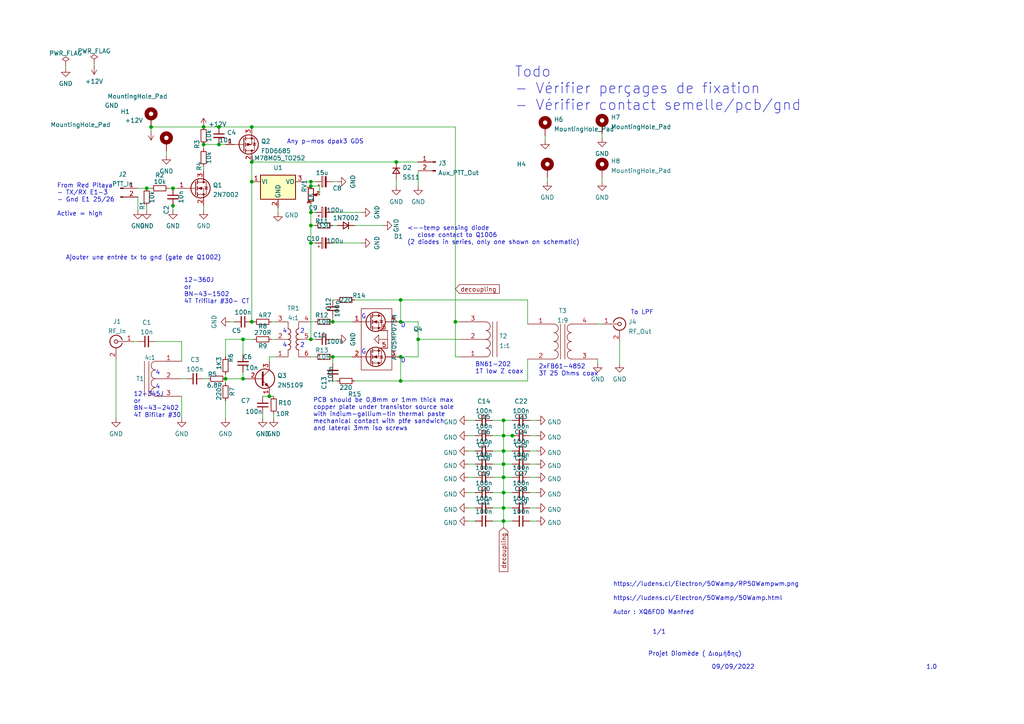
<source format=kicad_sch>
(kicad_sch (version 20211123) (generator eeschema)
  (paper "A4")
  (lib_symbols
    (symbol "Connector:Conn_01x02_Male" (pin_names (offset 1.016) hide)
      (property "Reference" "J" (at 0 2.54 0))
      (property "Value" "Conn_01x02_Male" (at 0 -5.08 0))
      (symbol "Conn_01x02_Male_1_1"
        (pin passive line (at 5.08 0 180) (length 3.81) (name "Pin_1") (number "1"))
        (pin passive line (at 5.08 -2.54 180) (length 3.81) (name "Pin_2") (number "2"))
      )
    )
    (symbol "Connector:Conn_Coaxial" (pin_names (offset 1.016) hide)
      (property "Reference" "J" (at 0.254 3.048 0))
      (property "Value" "Conn_Coaxial" (at 2.921 0 90))
      (symbol "Conn_Coaxial_1_1"
        (pin passive line (at -5.08 0 0) (length 2.54) (name "In") (number "1"))
        (pin passive line (at 0 -5.08 90) (length 2.54) (name "Ext") (number "2"))
      )
    )
    (symbol "Device:AFP05MP075N" (pin_names (offset 0) hide)
      (property "Reference" "Q1006" (at 13.9139 -2.1041 0))
      (property "Value" "AFT05MP075N" (at 6.985 -4.445 90))
      (symbol "AFP05MP075N_1_1"
        (pin input line (at -5.08 0 0) (length 2.54) (name "G") (number "1"))
        (pin input line (at -5.08 -10.16 0) (length 2.54) (name "G") (number "2"))
        (pin output line (at 8.89 -10.16 180) (length 4.3) (name "D") (number "3"))
        (pin output line (at 8.89 0 180) (length 4.3) (name "D") (number "4"))
        (pin passive line (at 5.08 -7.62 180) (length 2) (name "S") (number "5"))
        (pin passive line (at 5.08 -2.54 180) (length 2) (name "S") (number "5"))
      )
    )
    (symbol "Device:Autotransfo" (pin_names (offset 1.016) hide)
      (property "Reference" "T?" (at 6.35 8.89 0))
      (property "Value" "Autotransfo" (at 5.08 7.62 0))
      (symbol "Autotransfo_1_1"
        (pin passive line (at 10.16 5.08 180) (length 7.62) (name "SA") (number "1"))
        (pin passive line (at 10.16 0 180) (length 7.62) (name "SB") (number "2"))
        (pin passive line (at 10.16 -5.08 180) (length 7.62) (name "SC") (number "3"))
      )
    )
    (symbol "Device:C_Polarized_Small" (pin_numbers hide) (pin_names (offset 0.254) hide)
      (property "Reference" "C" (at 0.254 1.778 0))
      (property "Value" "C_Polarized_Small" (at 0.254 -2.032 0))
      (symbol "C_Polarized_Small_1_1"
        (pin passive line (at 0 2.54 270) (length 1.8542) (name "~") (number "1"))
        (pin passive line (at 0 -2.54 90) (length 1.8542) (name "~") (number "2"))
      )
    )
    (symbol "Device:C_Small" (pin_numbers hide) (pin_names (offset 0.254) hide)
      (property "Reference" "C" (at 0.254 1.778 0))
      (property "Value" "C_Small" (at 0.254 -2.032 0))
      (symbol "C_Small_1_1"
        (pin passive line (at 0 2.54 270) (length 2.032) (name "~") (number "1"))
        (pin passive line (at 0 -2.54 90) (length 2.032) (name "~") (number "2"))
      )
    )
    (symbol "Device:D_Small" (pin_numbers hide) (pin_names (offset 0.254) hide)
      (property "Reference" "D" (at -1.27 2.032 0))
      (property "Value" "D_Small" (at -3.81 -2.032 0))
      (symbol "D_Small_1_1"
        (pin passive line (at -2.54 0 0) (length 1.778) (name "K") (number "1"))
        (pin passive line (at 2.54 0 180) (length 1.778) (name "A") (number "2"))
      )
    )
    (symbol "Device:Q_NMOS_GSD" (pin_names (offset 0) hide)
      (property "Reference" "Q" (at 5.08 1.27 0))
      (property "Value" "Q_NMOS_GSD" (at 5.08 -1.27 0))
      (symbol "Q_NMOS_GSD_1_1"
        (pin input line (at -5.08 0 0) (length 2.54) (name "G") (number "1"))
        (pin passive line (at 2.54 -5.08 90) (length 2.54) (name "S") (number "2"))
        (pin passive line (at 2.54 5.08 270) (length 2.54) (name "D") (number "3"))
      )
    )
    (symbol "Device:Q_PMOS_GDS" (pin_names (offset 0) hide)
      (property "Reference" "Q" (at 5.08 1.27 0))
      (property "Value" "Q_PMOS_GDS" (at 5.08 -1.27 0))
      (symbol "Q_PMOS_GDS_1_1"
        (pin input line (at -5.08 0 0) (length 2.54) (name "G") (number "1"))
        (pin passive line (at 2.54 5.08 270) (length 2.54) (name "D") (number "2"))
        (pin passive line (at 2.54 -5.08 90) (length 2.54) (name "S") (number "3"))
      )
    )
    (symbol "Device:R_Potentiometer_Small" (pin_names (offset 1.016) hide)
      (property "Reference" "RV" (at -4.445 0 90))
      (property "Value" "R_Potentiometer_Small" (at -2.54 0 90))
      (symbol "R_Potentiometer_Small_1_1"
        (pin passive line (at 0 2.54 270) (length 0.635) (name "1") (number "1"))
        (pin passive line (at 2.54 0 180) (length 0.9906) (name "2") (number "2"))
        (pin passive line (at 0 -2.54 90) (length 0.635) (name "3") (number "3"))
      )
    )
    (symbol "Device:R_Small" (pin_numbers hide) (pin_names (offset 0.254) hide)
      (property "Reference" "R" (at 0.762 0.508 0))
      (property "Value" "R_Small" (at 0.762 -1.016 0))
      (symbol "R_Small_1_1"
        (pin passive line (at 0 2.54 270) (length 0.762) (name "~") (number "1"))
        (pin passive line (at 0 -2.54 90) (length 0.762) (name "~") (number "2"))
      )
    )
    (symbol "Device:Transformer_1P_1S" (pin_names (offset 1.016) hide)
      (property "Reference" "T" (at 0 6.35 0))
      (property "Value" "Transformer_1P_1S" (at 0 -7.62 0))
      (symbol "Transformer_1P_1S_1_1"
        (pin passive line (at -10.16 5.08 0) (length 7.62) (name "AA") (number "1"))
        (pin passive line (at -10.16 -5.08 0) (length 7.62) (name "AB") (number "2"))
        (pin passive line (at 10.16 -5.08 180) (length 7.62) (name "SA") (number "3"))
        (pin passive line (at 10.16 5.08 180) (length 7.62) (name "SB") (number "4"))
      )
    )
    (symbol "Mechanical:MountingHole_Pad" (pin_numbers hide) (pin_names (offset 1.016) hide)
      (property "Reference" "H" (at 0 6.35 0))
      (property "Value" "MountingHole_Pad" (at 0 4.445 0))
      (symbol "MountingHole_Pad_1_1"
        (pin input line (at 0 -2.54 90) (length 2.54) (name "1") (number "1"))
      )
    )
    (symbol "Regulator_Linear:LM78M05_TO252" (pin_names (offset 0.254))
      (property "Reference" "U" (at -3.81 3.175 0))
      (property "Value" "LM78M05_TO252" (at 0 3.175 0))
      (symbol "LM78M05_TO252_1_1"
        (pin power_in line (at -7.62 0 0) (length 2.54) (name "VI") (number "1"))
        (pin power_in line (at 0 -7.62 90) (length 2.54) (name "GND") (number "2"))
        (pin power_out line (at 7.62 0 180) (length 2.54) (name "VO") (number "3"))
      )
    )
    (symbol "Transformer:ADTT1-1" (pin_names hide)
      (property "Reference" "TR" (at 0 6.35 0))
      (property "Value" "ADTT1-1" (at 0 -6.35 0))
      (symbol "ADTT1-1_1_1"
        (pin passive line (at -5.08 -5.08 0) (length 2.54) (name "~") (number "1"))
        (pin passive line (at -5.08 0 0) (length 2.54) (name "~") (number "2"))
        (pin passive line (at -5.08 5.08 0) (length 2.54) (name "~") (number "3"))
        (pin passive line (at 5.08 5.08 180) (length 2.54) (name "~") (number "4"))
        (pin passive line (at 5.08 0 180) (length 2.54) (name "~") (number "5"))
        (pin passive line (at 5.08 -5.08 180) (length 2.54) (name "~") (number "6"))
      )
    )
    (symbol "Transistor_BJT:2N2219" (pin_names (offset 0) hide)
      (property "Reference" "Q" (at 5.08 1.905 0))
      (property "Value" "2N2219" (at 5.08 0 0))
      (symbol "2N2219_1_1"
        (pin passive line (at 2.54 -5.08 90) (length 2.54) (name "E") (number "1"))
        (pin passive line (at -5.08 0 0) (length 5.715) (name "B") (number "2"))
        (pin passive line (at 2.54 5.08 270) (length 2.54) (name "C") (number "3"))
      )
    )
    (symbol "power:+12V" (power) (pin_names (offset 0))
      (property "Value" "+12V" (at 0 3.556 0))
      (symbol "+12V_1_1"
        (pin power_in line (at 0 0 90) (length 0) hide (name "+12V") (number "1"))
      )
    )
    (symbol "power:GND" (power) (pin_names (offset 0))
      (property "Value" "GND" (at 0 -3.81 0))
      (symbol "GND_1_1"
        (pin power_in line (at 0 0 270) (length 0) hide (name "GND") (number "1"))
      )
    )
    (symbol "power:PWR_FLAG" (power) (pin_numbers hide) (pin_names (offset 0) hide)
      (property "Value" "PWR_FLAG" (at 0 3.81 0))
      (symbol "PWR_FLAG_0_0"
        (pin power_out line (at 0 0 90) (length 0) (name "pwr") (number "1"))
      )
    )
  )
  (junction (at 146.05 151.13))
  (junction (at 121.285 98.425))
  (junction (at 43.815 36.83))
  (junction (at 63.5 36.83))
  (junction (at 146.05 147.32))
  (junction (at 90.17 70.485))
  (junction (at 146.05 138.43))
  (junction (at 42.545 54.61))
  (junction (at 90.17 98.425))
  (junction (at 146.05 126.365))
  (junction (at 63.5 41.91))
  (junction (at 90.17 52.705))
  (junction (at 50.165 54.61))
  (junction (at 73.025 52.705))
  (junction (at 59.055 36.83))
  (junction (at 146.05 134.62))
  (junction (at 90.17 61.595))
  (junction (at 73.025 93.345))
  (junction (at 50.165 59.69))
  (junction (at 70.485 109.855))
  (junction (at 132.08 93.345))
  (junction (at 90.17 65.405))
  (junction (at 65.405 109.855))
  (junction (at 96.52 103.505))
  (junction (at 146.05 130.81))
  (junction (at 146.05 121.92))
  (junction (at 116.205 103.505))
  (junction (at 116.205 110.49))
  (junction (at 146.05 142.875))
  (junction (at 73.025 36.83))
  (junction (at 59.055 41.91))
  (junction (at 90.17 53.975))
  (junction (at 114.935 46.99))
  (junction (at 78.105 114.935))
  (junction (at 70.485 98.425))
  (junction (at 116.205 93.345))
  (junction (at 116.205 86.995))
  (junction (at 73.025 46.99))
  (junction (at 96.52 93.345))
  (junction (at 148.59 126.365))
  (wire (pts (xy 102.87 86.995) (xy 116.205 86.995)))
  (wire (pts (xy 73.025 93.345) (xy 73.66 93.345)))
  (wire (pts (xy 96.52 110.49) (xy 97.79 110.49)))
  (wire (pts (xy 63.5 41.91) (xy 59.055 41.91)))
  (wire (pts (xy 116.205 103.505) (xy 116.205 110.49)))
  (wire (pts (xy 42.545 54.61) (xy 43.815 54.61)))
  (wire (pts (xy 146.05 142.875) (xy 148.59 142.875)))
  (wire (pts (xy 70.485 98.425) (xy 70.485 102.87)))
  (wire (pts (xy 114.935 52.07) (xy 114.935 53.975)))
  (wire (pts (xy 132.08 93.345) (xy 132.08 36.83)))
  (wire (pts (xy 146.05 126.365) (xy 146.05 121.92)))
  (wire (pts (xy 142.875 138.43) (xy 146.05 138.43)))
  (wire (pts (xy 96.52 65.405) (xy 97.79 65.405)))
  (wire (pts (xy 158.115 39.37) (xy 158.115 40.64)))
  (wire (pts (xy 65.405 98.425) (xy 65.405 103.505)))
  (wire (pts (xy 73.025 36.83) (xy 132.08 36.83)))
  (wire (pts (xy 132.08 93.345) (xy 133.35 93.345)))
  (wire (pts (xy 146.05 121.92) (xy 148.59 121.92)))
  (wire (pts (xy 142.875 130.81) (xy 146.05 130.81)))
  (wire (pts (xy 65.405 116.205) (xy 65.405 121.285)))
  (wire (pts (xy 137.795 142.875) (xy 135.89 142.875)))
  (wire (pts (xy 146.05 151.13) (xy 148.59 151.13)))
  (wire (pts (xy 73.025 52.705) (xy 73.025 93.345)))
  (wire (pts (xy 63.5 41.91) (xy 65.405 41.91)))
  (wire (pts (xy 132.08 93.345) (xy 132.08 103.505)))
  (wire (pts (xy 48.26 43.815) (xy 48.26 45.085)))
  (wire (pts (xy 137.795 121.92) (xy 135.89 121.92)))
  (wire (pts (xy 116.205 86.995) (xy 116.205 93.345)))
  (wire (pts (xy 90.17 103.505) (xy 91.44 103.505)))
  (wire (pts (xy 90.17 52.705) (xy 90.17 53.975)))
  (wire (pts (xy 65.405 108.585) (xy 65.405 109.855)))
  (wire (pts (xy 90.17 65.405) (xy 91.44 65.405)))
  (wire (pts (xy 142.875 147.32) (xy 146.05 147.32)))
  (wire (pts (xy 59.055 48.26) (xy 59.055 49.53)))
  (wire (pts (xy 59.055 36.83) (xy 63.5 36.83)))
  (wire (pts (xy 33.655 104.14) (xy 33.655 121.285)))
  (wire (pts (xy 137.795 138.43) (xy 135.89 138.43)))
  (wire (pts (xy 90.17 53.975) (xy 92.71 53.975)))
  (wire (pts (xy 50.165 59.055) (xy 50.165 59.69)))
  (wire (pts (xy 70.485 98.425) (xy 73.66 98.425)))
  (wire (pts (xy 121.285 98.425) (xy 121.285 93.345)))
  (wire (pts (xy 121.285 98.425) (xy 121.285 103.505)))
  (wire (pts (xy 96.52 98.425) (xy 97.79 98.425)))
  (wire (pts (xy 63.5 36.83) (xy 73.025 36.83)))
  (wire (pts (xy 174.625 51.435) (xy 174.625 52.705)))
  (wire (pts (xy 50.165 54.61) (xy 51.435 54.61)))
  (wire (pts (xy 116.205 86.995) (xy 153.035 86.995)))
  (wire (pts (xy 67.945 93.345) (xy 66.675 93.345)))
  (wire (pts (xy 174.625 38.735) (xy 174.625 40.005)))
  (wire (pts (xy 153.67 138.43) (xy 155.575 138.43)))
  (wire (pts (xy 146.05 142.875) (xy 146.05 138.43)))
  (wire (pts (xy 96.52 103.505) (xy 96.52 105.41)))
  (wire (pts (xy 40.005 57.15) (xy 40.005 60.96)))
  (wire (pts (xy 116.205 110.49) (xy 153.035 110.49)))
  (wire (pts (xy 96.52 86.995) (xy 97.79 86.995)))
  (wire (pts (xy 114.935 46.99) (xy 121.285 46.99)))
  (wire (pts (xy 146.05 130.81) (xy 146.05 126.365)))
  (wire (pts (xy 153.67 134.62) (xy 155.575 134.62)))
  (wire (pts (xy 78.105 103.505) (xy 80.01 103.505)))
  (wire (pts (xy 96.52 70.485) (xy 104.775 70.485)))
  (wire (pts (xy 19.05 19.05) (xy 19.05 19.685)))
  (wire (pts (xy 78.105 114.935) (xy 79.375 114.935)))
  (wire (pts (xy 132.08 103.505) (xy 133.35 103.505)))
  (wire (pts (xy 52.705 99.06) (xy 52.705 104.775)))
  (wire (pts (xy 96.52 93.345) (xy 102.235 93.345)))
  (wire (pts (xy 59.055 59.69) (xy 59.055 60.96)))
  (wire (pts (xy 121.285 49.53) (xy 121.285 53.975)))
  (wire (pts (xy 142.875 142.875) (xy 146.05 142.875)))
  (wire (pts (xy 173.355 104.14) (xy 173.355 105.41)))
  (wire (pts (xy 153.67 121.92) (xy 155.575 121.92)))
  (wire (pts (xy 153.67 126.365) (xy 155.575 126.365)))
  (wire (pts (xy 146.05 147.32) (xy 146.05 142.875)))
  (wire (pts (xy 146.05 147.32) (xy 148.59 147.32)))
  (wire (pts (xy 137.795 130.81) (xy 135.89 130.81)))
  (wire (pts (xy 65.405 98.425) (xy 70.485 98.425)))
  (wire (pts (xy 73.025 46.99) (xy 73.025 52.705)))
  (wire (pts (xy 52.705 109.855) (xy 53.975 109.855)))
  (wire (pts (xy 96.52 52.705) (xy 97.79 52.705)))
  (wire (pts (xy 146.05 153.035) (xy 146.05 151.13)))
  (wire (pts (xy 80.645 61.595) (xy 80.645 60.325)))
  (wire (pts (xy 137.795 126.365) (xy 135.89 126.365)))
  (wire (pts (xy 79.375 120.015) (xy 79.375 121.285)))
  (wire (pts (xy 96.52 61.595) (xy 104.775 61.595)))
  (wire (pts (xy 90.17 52.705) (xy 91.44 52.705)))
  (wire (pts (xy 27.305 18.415) (xy 27.305 19.05)))
  (wire (pts (xy 92.71 53.975) (xy 92.71 56.515)))
  (wire (pts (xy 65.405 109.855) (xy 70.485 109.855)))
  (wire (pts (xy 137.795 134.62) (xy 135.89 134.62)))
  (wire (pts (xy 179.705 99.06) (xy 179.705 105.41)))
  (wire (pts (xy 146.05 134.62) (xy 148.59 134.62)))
  (wire (pts (xy 90.17 70.485) (xy 90.17 98.425)))
  (wire (pts (xy 48.895 54.61) (xy 50.165 54.61)))
  (wire (pts (xy 133.35 98.425) (xy 121.285 98.425)))
  (wire (pts (xy 142.875 151.13) (xy 146.05 151.13)))
  (wire (pts (xy 146.05 138.43) (xy 148.59 138.43)))
  (wire (pts (xy 153.035 110.49) (xy 153.035 104.14)))
  (wire (pts (xy 50.165 59.69) (xy 50.165 60.96)))
  (wire (pts (xy 96.52 92.075) (xy 96.52 93.345)))
  (wire (pts (xy 90.17 93.345) (xy 91.44 93.345)))
  (wire (pts (xy 146.05 138.43) (xy 146.05 134.62)))
  (wire (pts (xy 153.67 142.875) (xy 155.575 142.875)))
  (wire (pts (xy 158.75 51.435) (xy 158.75 52.705)))
  (wire (pts (xy 102.87 110.49) (xy 116.205 110.49)))
  (wire (pts (xy 153.67 151.13) (xy 155.575 151.13)))
  (wire (pts (xy 90.17 61.595) (xy 90.17 65.405)))
  (wire (pts (xy 73.025 46.99) (xy 114.935 46.99)))
  (wire (pts (xy 78.105 103.505) (xy 78.105 104.775)))
  (wire (pts (xy 90.17 59.055) (xy 90.17 61.595)))
  (wire (pts (xy 90.17 70.485) (xy 91.44 70.485)))
  (wire (pts (xy 148.59 126.365) (xy 149.225 126.365)))
  (wire (pts (xy 76.2 114.935) (xy 78.105 114.935)))
  (wire (pts (xy 137.795 147.32) (xy 135.89 147.32)))
  (wire (pts (xy 137.795 151.13) (xy 135.89 151.13)))
  (wire (pts (xy 90.17 98.425) (xy 91.44 98.425)))
  (wire (pts (xy 146.05 130.81) (xy 148.59 130.81)))
  (wire (pts (xy 121.285 103.505) (xy 116.205 103.505)))
  (wire (pts (xy 146.05 134.62) (xy 146.05 130.81)))
  (wire (pts (xy 142.875 126.365) (xy 146.05 126.365)))
  (wire (pts (xy 40.005 54.61) (xy 42.545 54.61)))
  (wire (pts (xy 116.205 93.345) (xy 121.285 93.345)))
  (wire (pts (xy 90.17 61.595) (xy 91.44 61.595)))
  (wire (pts (xy 142.875 134.62) (xy 146.05 134.62)))
  (wire (pts (xy 78.74 98.425) (xy 80.01 98.425)))
  (wire (pts (xy 88.265 52.705) (xy 90.17 52.705)))
  (wire (pts (xy 153.035 86.995) (xy 153.035 93.98)))
  (wire (pts (xy 78.74 93.345) (xy 80.01 93.345)))
  (wire (pts (xy 102.87 65.405) (xy 111.125 65.405)))
  (wire (pts (xy 45.085 99.06) (xy 52.705 99.06)))
  (wire (pts (xy 59.055 41.91) (xy 59.055 43.18)))
  (wire (pts (xy 38.735 99.06) (xy 40.005 99.06)))
  (wire (pts (xy 173.355 93.98) (xy 174.625 93.98)))
  (wire (pts (xy 43.815 36.83) (xy 43.815 38.1)))
  (wire (pts (xy 153.67 147.32) (xy 155.575 147.32)))
  (wire (pts (xy 52.705 114.935) (xy 52.705 121.285)))
  (wire (pts (xy 43.815 36.83) (xy 59.055 36.83)))
  (wire (pts (xy 96.52 103.505) (xy 102.235 103.505)))
  (wire (pts (xy 146.05 126.365) (xy 148.59 126.365)))
  (wire (pts (xy 76.2 120.015) (xy 76.2 121.285)))
  (wire (pts (xy 153.67 130.81) (xy 155.575 130.81)))
  (wire (pts (xy 65.405 109.855) (xy 65.405 111.125)))
  (wire (pts (xy 146.05 147.32) (xy 146.05 151.13)))
  (wire (pts (xy 146.05 121.92) (xy 142.875 121.92)))
  (wire (pts (xy 70.485 107.95) (xy 70.485 109.855)))
  (wire (pts (xy 90.17 65.405) (xy 90.17 70.485)))
  (wire (pts (xy 42.545 59.69) (xy 42.545 60.96)))
  (wire (pts (xy 59.055 109.855) (xy 60.325 109.855)))
  (text "To LPF\n" (at 182.88 91.44 0) (effects (font (size 1.27 1.27)) (justify left bottom)))
  (text "Todo\n- Vérifier perçages de fixation\n- Vérifier contact semelle/pcb/gnd\n" (at 149.225 32.385 0) (effects (font (size 3 3)) (justify left bottom)))
  (text "4\n\n4\n" (at 81.915 100.965 0) (effects (font (size 1.27 1.27)) (justify left bottom)))
  (text "12-360J\nor \nBN-43-1502\n4T Trifilar #30- CT\n" (at 53.34 88.265 0) (effects (font (size 1.27 1.27)) (justify left bottom)))
  (text "09/09/2022" (at 206.375 194.31 0) (effects (font (size 1.27 1.27)) (justify left bottom)))
  (text "Projet Diomède ( Διομήδης)" (at 187.96 190.5 0) (effects (font (size 1.27 1.27)) (justify left bottom)))
  (text "BN61-202\n1T low Z coax\n" (at 137.795 108.585 0) (effects (font (size 1.27 1.27)) (justify left bottom)))
  (text "2xFB61-4852\n3T 25 Ohms coax\n" (at 156.21 109.22 0) (effects (font (size 1.27 1.27)) (justify left bottom)))
  (text "12-345J\nor \nBN-43-2402\n4T Bifilar #30" (at 38.735 121.285 0) (effects (font (size 1.27 1.27)) (justify left bottom)))
  (text "4\n\n4\n" (at 45.085 113.03 0) (effects (font (size 1.27 1.27)) (justify left bottom)))
  (text "PCB should be 0,8mm or 1mm thick max\ncopper plate under transistor source sole \nwith indium-gallium-tin thermal paste\nmechanical contact with ptfe sandwich\nand lateral 3mm iso screws" (at 90.805 125.095 0) (effects (font (size 1.27 1.27)) (justify left bottom)))
  (text "Ajouter une entrée tx to gnd (gate de Q1002)\n" (at 19.05 75.565 0) (effects (font (size 1.27 1.27)) (justify left bottom)))
  (text "1/1" (at 189.23 184.15 0) (effects (font (size 1.27 1.27)) (justify left bottom)))
  (text "https://ludens.cl/Electron/50Wamp/RP50Wampwm.png\n\nhttps://ludens.cl/Electron/50Wamp/50Wamp.html\n\nAutor : XQ6FOD Manfred\n" (at 177.8 178.435 0) (effects (font (size 1.27 1.27)) (justify left bottom)))
  (text "2\n\n2\n" (at 86.995 100.965 0) (effects (font (size 1.27 1.27)) (justify left bottom)))
  (text "Any p-mos dpak3 GDS" (at 83.185 41.91 0) (effects (font (size 1.27 1.27)) (justify left bottom)))
  (text "\n\nFrom Red Pitaya \n- TX/RX E1-3\n- Gnd E1 25/26\n\nActive = high" (at 16.51 62.865 0) (effects (font (size 1.27 1.27)) (justify left bottom)))
  (text "D\n\n\n\n\nD\n" (at 116.205 105.41 0) (effects (font (size 1.27 1.27)) (justify left bottom)))
  (text "<--temp sensing diode\n   close contact to Q1006\n(2 diodes in series, only one shown on schematic)\n" (at 118.11 71.12 0) (effects (font (size 1.27 1.27)) (justify left bottom)))
  (text "1.0" (at 268.605 194.31 0) (effects (font (size 1.27 1.27)) (justify left bottom)))
  (text "G\n\n\n\n\nG\n" (at 104.775 102.87 0) (effects (font (size 1.27 1.27)) (justify left bottom)))
  (global_label "decoupling" (shape input) (at 146.05 153.035 270) (property "Intersheet References" "${INTERSHEET_REFS}" (effects hide)))
  (global_label "decoupling" (shape input) (at 132.08 83.82 0) (property "Intersheet References" "${INTERSHEET_REFS}" (effects hide)))
  (symbol (lib_id "Transistor_BJT:2N2219") (at 75.565 109.855 0) (unit 1)
    (property "Reference" "Q3" (at 80.4164 108.9465 0) (effects (justify left)))
    (property "Value" "2N5109" (at 80.4164 111.7216 0) (effects (justify left)))
    (property "Footprint" "Package_TO_SOT_THT:TO-39-3" (effects hide))
    (property "Datasheet" "http://www.onsemi.com/pub_link/Collateral/2N2219-D.PDF" (effects hide))
  )
  (symbol (lib_id "Device:C_Small") (at 140.335 130.81 90) (mirror x) (unit 1)
    (property "Reference" "C16" (at 140.3414 125.2814 90))
    (property "Value" "100n" (at 140.3414 128.0565 90))
    (property "Footprint" "Capacitor_SMD:C_1210_3225Metric_Pad1.33x2.70mm_HandSolder" (effects hide))
  )
  (symbol (lib_id "Device:C_Small") (at 151.13 147.32 270) (unit 1)
    (property "Reference" "C28" (at 151.1236 141.7914 90))
    (property "Value" "100n" (at 151.1236 144.5665 90))
    (property "Footprint" "Capacitor_SMD:C_1210_3225Metric_Pad1.33x2.70mm_HandSolder" (effects hide))
  )
  (symbol (lib_id "Device:R_Small") (at 93.98 103.505 270) (unit 1)
    (property "Reference" "R13" (at 93.345 101.6 90))
    (property "Value" "10R" (at 93.98 103.505 90))
    (property "Footprint" "Resistor_SMD:R_0805_2012Metric_Pad1.20x1.40mm_HandSolder" (effects hide))
  )
  (symbol (lib_id "power:GND") (at 155.575 134.62 90) (unit 1)
    (property "Reference" "#PWR036" (effects hide))
    (property "Value" "GND" (at 158.75 135.099 90) (effects (justify right)))
  )
  (symbol (lib_id "Device:D_Small") (at 100.33 65.405 180) (unit 1)
    (property "Reference" "D1" (at 115.57 68.58 0))
    (property "Value" "1N7002" (at 100.33 63.1976 0))
    (property "Footprint" "Diode_SMD:D_2114_3652Metric_Pad1.85x3.75mm_HandSolder" (effects hide))
  )
  (symbol (lib_id "power:GND") (at 135.89 147.32 270) (mirror x) (unit 1)
    (property "Reference" "#PWR031" (effects hide))
    (property "Value" "GND" (at 132.715 147.799 90) (effects (justify right)))
  )
  (symbol (lib_id "Device:C_Small") (at 151.13 138.43 270) (unit 1)
    (property "Reference" "C26" (at 151.1236 132.9014 90))
    (property "Value" "100n" (at 151.1236 135.6765 90))
    (property "Footprint" "Capacitor_SMD:C_1210_3225Metric_Pad1.33x2.70mm_HandSolder" (effects hide))
  )
  (symbol (lib_id "power:GND") (at 111.125 65.405 90) (unit 1)
    (property "Reference" "#PWR022" (effects hide))
    (property "Value" "GND" (at 114.935 65.405 0))
  )
  (symbol (lib_id "Device:C_Small") (at 151.13 134.62 270) (unit 1)
    (property "Reference" "C25" (at 151.1236 129.0914 90))
    (property "Value" "100n" (at 151.1236 131.8665 90))
    (property "Footprint" "Capacitor_SMD:C_1210_3225Metric_Pad1.33x2.70mm_HandSolder" (effects hide))
  )
  (symbol (lib_id "Device:R_Small") (at 100.33 110.49 270) (unit 1)
    (property "Reference" "R15" (at 102.87 114.3 90))
    (property "Value" "220" (at 100.33 112.395 90))
    (property "Footprint" "Resistor_SMD:R_2816_7142Metric_Pad3.20x4.45mm_HandSolder" (effects hide))
  )
  (symbol (lib_id "Device:C_Polarized_Small") (at 93.98 70.485 90) (unit 1)
    (property "Reference" "C10" (at 90.805 69.215 90))
    (property "Value" "100u" (at 97.155 69.85 90))
    (property "Footprint" "Capacitor_Tantalum_SMD:CP_EIA-7343-31_Kemet-D_Pad2.25x2.55mm_HandSolder" (effects hide))
  )
  (symbol (lib_id "Device:C_Small") (at 56.515 109.855 90) (unit 1)
    (property "Reference" "C3" (at 56.5213 104.3264 90))
    (property "Value" "100n" (at 56.5213 107.1015 90))
    (property "Footprint" "Capacitor_SMD:C_0805_2012Metric_Pad1.18x1.45mm_HandSolder" (effects hide))
  )
  (symbol (lib_id "Device:C_Small") (at 140.335 126.365 90) (mirror x) (unit 1)
    (property "Reference" "C15" (at 140.3414 120.8364 90))
    (property "Value" "100n" (at 140.3414 123.6115 90))
    (property "Footprint" "Capacitor_SMD:C_1210_3225Metric_Pad1.33x2.70mm_HandSolder" (effects hide))
  )
  (symbol (lib_id "Device:R_Small") (at 59.055 39.37 0) (unit 1)
    (property "Reference" "R3" (at 57.15 43.18 90) (effects (justify left)))
    (property "Value" "10k" (at 60.5536 41.2366 90) (effects (justify left)))
    (property "Footprint" "Resistor_SMD:R_0805_2012Metric_Pad1.20x1.40mm_HandSolder" (effects hide))
  )
  (symbol (lib_id "Device:R_Small") (at 62.865 109.855 270) (unit 1)
    (property "Reference" "R5" (at 61.595 108.585 90))
    (property "Value" "6.8R" (at 62.23 111.76 90))
    (property "Footprint" "Resistor_SMD:R_0805_2012Metric_Pad1.20x1.40mm_HandSolder" (effects hide))
  )
  (symbol (lib_id "Device:R_Small") (at 59.055 45.72 180) (unit 1)
    (property "Reference" "R4" (at 57.785 49.53 90) (effects (justify right)))
    (property "Value" "10k" (at 60.5536 47.5866 90) (effects (justify right)))
    (property "Footprint" "Resistor_SMD:R_0805_2012Metric_Pad1.20x1.40mm_HandSolder" (effects hide))
  )
  (symbol (lib_id "Device:R_Small") (at 42.545 57.15 180) (unit 1)
    (property "Reference" "R1" (at 41.275 60.96 90) (effects (justify right)))
    (property "Value" "10k" (at 44.0436 59.0166 90) (effects (justify right)))
    (property "Footprint" "Resistor_SMD:R_0805_2012Metric_Pad1.20x1.40mm_HandSolder" (effects hide))
  )
  (symbol (lib_id "Mechanical:MountingHole_Pad") (at 48.26 41.275 0) (unit 1)
    (property "Reference" "H2" (at -95.885 25.7615 0) (effects (justify left)))
    (property "Value" "MountingHole_Pad" (at -95.885 28.5366 0) (effects (justify left)))
    (property "Footprint" "MountingHole:MountingHole_3.2mm_M3_DIN965_Pad" (effects hide))
  )
  (symbol (lib_id "Device:C_Small") (at 96.52 107.95 180) (unit 1)
    (property "Reference" "C13" (at 93.98 113.03 90) (effects (justify right)))
    (property "Value" "100n" (at 95.885 111.125 90) (effects (justify right)))
    (property "Footprint" "Capacitor_SMD:C_1206_3216Metric_Pad1.33x1.80mm_HandSolder" (effects hide))
  )
  (symbol (lib_id "Device:C_Small") (at 70.485 105.41 180) (unit 1)
    (property "Reference" "C6" (at 71.755 103.505 0))
    (property "Value" "10n" (at 73.025 106.68 0))
    (property "Footprint" "Capacitor_SMD:C_0805_2012Metric_Pad1.18x1.45mm_HandSolder" (effects hide))
  )
  (symbol (lib_id "power:GND") (at 155.575 147.32 90) (unit 1)
    (property "Reference" "#PWR039" (effects hide))
    (property "Value" "GND" (at 158.75 147.799 90) (effects (justify right)))
  )
  (symbol (lib_id "power:GND") (at 59.055 60.96 0) (unit 1)
    (property "Reference" "#PWR011" (effects hide))
    (property "Value" "GND" (at 59.055 65.5225 0))
  )
  (symbol (lib_id "power:GND") (at 155.575 138.43 90) (unit 1)
    (property "Reference" "#PWR037" (effects hide))
    (property "Value" "GND" (at 158.75 138.909 90) (effects (justify right)))
  )
  (symbol (lib_id "Device:C_Polarized_Small") (at 93.98 52.705 90) (unit 1)
    (property "Reference" "C8" (at 97.79 54.61 90))
    (property "Value" "15u" (at 93.4339 50.1166 90))
    (property "Footprint" "Capacitor_Tantalum_SMD:CP_EIA-6032-28_Kemet-C_Pad2.25x2.35mm_HandSolder" (effects hide))
  )
  (symbol (lib_id "Device:AFP05MP075N") (at 107.315 93.345 0) (unit 1)
    (property "Reference" "Q4" (at 121.2289 95.4491 0))
    (property "Value" "AFT05MP075N" (at 114.3 97.79 90))
    (property "Footprint" "AFT05MP075N:AFT05MP075N" (effects hide))
  )
  (symbol (lib_id "power:GND") (at 158.75 52.705 0) (unit 1)
    (property "Reference" "#PWR042" (effects hide))
    (property "Value" "GND" (at 158.75 57.2675 0))
  )
  (symbol (lib_id "Device:C_Small") (at 151.13 126.365 270) (unit 1)
    (property "Reference" "C23" (at 151.1236 120.8364 90))
    (property "Value" "100n" (at 151.1236 123.6115 90))
    (property "Footprint" "Capacitor_SMD:C_1210_3225Metric_Pad1.33x2.70mm_HandSolder" (effects hide))
  )
  (symbol (lib_id "power:GND") (at 48.26 45.085 0) (unit 1)
    (property "Reference" "#PWR07" (effects hide))
    (property "Value" "GND" (at 48.26 49.6475 0))
  )
  (symbol (lib_id "Device:R_Potentiometer_Small") (at 90.17 56.515 0) (unit 1)
    (property "Reference" "RV1" (at 88.265 52.07 90) (effects (justify right)))
    (property "Value" "1K" (at 90.17 55.88 90) (effects (justify right)))
    (property "Footprint" "Potentiometer_SMD:Potentiometer_Bourns_TC33X_Vertical" (effects hide))
  )
  (symbol (lib_id "Device:Q_PMOS_GDS") (at 70.485 41.91 0) (mirror x) (unit 1)
    (property "Reference" "Q2" (at 75.692 41.0015 0) (effects (justify left)))
    (property "Value" "FDD6685" (at 75.692 43.7766 0) (effects (justify left)))
    (property "Footprint" "Package_TO_SOT_SMD:TO-252-2" (effects hide))
  )
  (symbol (lib_id "power:GND") (at 155.575 126.365 90) (unit 1)
    (property "Reference" "#PWR034" (effects hide))
    (property "Value" "GND" (at 158.75 126.844 90) (effects (justify right)))
  )
  (symbol (lib_id "power:PWR_FLAG") (at 27.305 18.415 0) (unit 1)
    (property "Reference" "#FLG02" (effects hide))
    (property "Value" "PWR_FLAG" (at 27.305 14.8105 0))
  )
  (symbol (lib_id "power:GND") (at 155.575 130.81 90) (unit 1)
    (property "Reference" "#PWR035" (effects hide))
    (property "Value" "GND" (at 158.75 131.289 90) (effects (justify right)))
  )
  (symbol (lib_id "power:GND") (at 155.575 142.875 90) (unit 1)
    (property "Reference" "#PWR038" (effects hide))
    (property "Value" "GND" (at 158.75 143.354 90) (effects (justify right)))
  )
  (symbol (lib_id "Device:C_Small") (at 151.13 151.13 270) (unit 1)
    (property "Reference" "C29" (at 151.1236 145.6014 90))
    (property "Value" "100n" (at 151.1236 148.3765 90))
    (property "Footprint" "Capacitor_SMD:C_1210_3225Metric_Pad1.33x2.70mm_HandSolder" (effects hide))
  )
  (symbol (lib_id "Device:R_Small") (at 79.375 117.475 180) (unit 1)
    (property "Reference" "R10" (at 80.645 116.84 0) (effects (justify right)))
    (property "Value" "10R" (at 80.01 120.015 0) (effects (justify right)))
    (property "Footprint" "Resistor_SMD:R_0805_2012Metric_Pad1.20x1.40mm_HandSolder" (effects hide))
  )
  (symbol (lib_id "Device:C_Polarized_Small") (at 93.98 61.595 90) (unit 1)
    (property "Reference" "C9" (at 90.805 60.325 90))
    (property "Value" "100u" (at 97.155 60.96 90))
    (property "Footprint" "Capacitor_Tantalum_SMD:CP_EIA-7343-31_Kemet-D_Pad2.25x2.55mm_HandSolder" (effects hide))
  )
  (symbol (lib_id "Device:R_Small") (at 100.33 86.995 270) (unit 1)
    (property "Reference" "R14" (at 104.14 85.725 90))
    (property "Value" "220" (at 100.33 86.995 90))
    (property "Footprint" "Resistor_SMD:R_2816_7142Metric_Pad3.20x4.45mm_HandSolder" (effects hide))
  )
  (symbol (lib_id "Mechanical:MountingHole_Pad") (at 43.815 34.29 0) (unit 1)
    (property "Reference" "H1" (at 34.925 32.385 0) (effects (justify left)))
    (property "Value" "MountingHole_Pad" (at 31.115 27.94 0) (effects (justify left)))
    (property "Footprint" "MountingHole:MountingHole_3.2mm_M3_DIN965_Pad" (effects hide))
  )
  (symbol (lib_id "Device:C_Small") (at 151.13 121.92 270) (unit 1)
    (property "Reference" "C22" (at 151.1236 116.3914 90))
    (property "Value" "100n" (at 151.1236 119.1665 90))
    (property "Footprint" "Capacitor_SMD:C_1210_3225Metric_Pad1.33x2.70mm_HandSolder" (effects hide))
  )
  (symbol (lib_id "Device:C_Small") (at 140.335 138.43 90) (mirror x) (unit 1)
    (property "Reference" "C18" (at 140.3414 132.9014 90))
    (property "Value" "100n" (at 140.3414 135.6765 90))
    (property "Footprint" "Capacitor_SMD:C_1210_3225Metric_Pad1.33x2.70mm_HandSolder" (effects hide))
  )
  (symbol (lib_id "Mechanical:MountingHole_Pad") (at 158.75 48.895 0) (unit 1)
    (property "Reference" "H4" (at 149.86 47.625 0) (effects (justify left)))
    (property "Value" "MountingHole_Pad" (at 14.605 36.1566 0) (effects (justify left)))
    (property "Footprint" "MountingHole:MountingHole_3.2mm_M3_DIN965_Pad" (effects hide))
  )
  (symbol (lib_id "Mechanical:MountingHole_Pad") (at 174.625 48.895 0) (unit 1)
    (property "Reference" "H8" (at 177.165 46.7165 0) (effects (justify left)))
    (property "Value" "MountingHole_Pad" (at 177.165 49.4916 0) (effects (justify left)))
    (property "Footprint" "MountingHole:MountingHole_3.2mm_M3_DIN965_Pad" (effects hide))
  )
  (symbol (lib_id "Connector:Conn_01x02_Male") (at 126.365 46.99 0) (mirror y) (unit 1)
    (property "Reference" "J3" (at 127.0762 47.3515 0) (effects (justify right)))
    (property "Value" "Aux_PTT_Out" (at 127.0762 50.1266 0) (effects (justify right)))
    (property "Footprint" "Connector_Molex:Molex_KK-254_AE-6410-02A_1x02_P2.54mm_Vertical" (effects hide))
  )
  (symbol (lib_id "Device:C_Small") (at 70.485 93.345 270) (unit 1)
    (property "Reference" "C5" (at 68.58 95.885 90))
    (property "Value" "100n" (at 70.4786 90.5915 90))
    (property "Footprint" "Capacitor_SMD:C_0805_2012Metric_Pad1.18x1.45mm_HandSolder" (effects hide))
  )
  (symbol (lib_id "power:GND") (at 42.545 60.96 0) (unit 1)
    (property "Reference" "#PWR05" (effects hide))
    (property "Value" "GND" (at 42.545 65.5225 0))
  )
  (symbol (lib_id "Device:C_Small") (at 76.2 117.475 180) (unit 1)
    (property "Reference" "C7" (at 69.85 116.205 0) (effects (justify right)))
    (property "Value" "100n" (at 71.12 119.38 0) (effects (justify right)))
    (property "Footprint" "Capacitor_SMD:C_0805_2012Metric_Pad1.18x1.45mm_HandSolder" (effects hide))
  )
  (symbol (lib_id "power:GND") (at 97.79 98.425 90) (unit 1)
    (property "Reference" "#PWR019" (effects hide))
    (property "Value" "GND" (at 102.3525 98.425 0))
  )
  (symbol (lib_id "Device:R_Small") (at 65.405 113.665 180) (unit 1)
    (property "Reference" "R7" (at 67.31 114.935 90) (effects (justify right)))
    (property "Value" "220" (at 63.5 116.205 90) (effects (justify right)))
    (property "Footprint" "Resistor_SMD:R_0805_2012Metric_Pad1.20x1.40mm_HandSolder" (effects hide))
  )
  (symbol (lib_id "power:GND") (at 79.375 121.285 0) (unit 1)
    (property "Reference" "#PWR015" (effects hide))
    (property "Value" "GND" (at 79.375 125.8475 0))
  )
  (symbol (lib_id "Device:C_Small") (at 93.98 98.425 90) (unit 1)
    (property "Reference" "C11" (at 92.71 97.155 90))
    (property "Value" "100n" (at 97.155 99.06 90))
    (property "Footprint" "Capacitor_SMD:C_0805_2012Metric_Pad1.18x1.45mm_HandSolder" (effects hide))
  )
  (symbol (lib_id "power:GND") (at 65.405 121.285 0) (unit 1)
    (property "Reference" "#PWR012" (effects hide))
    (property "Value" "GND" (at 65.405 125.8475 0))
  )
  (symbol (lib_id "power:GND") (at 50.165 60.96 0) (unit 1)
    (property "Reference" "#PWR08" (effects hide))
    (property "Value" "GND" (at 50.165 65.5225 0))
  )
  (symbol (lib_id "power:GND") (at 97.79 52.705 90) (unit 1)
    (property "Reference" "#PWR018" (effects hide))
    (property "Value" "GND" (at 102.3525 52.705 0))
  )
  (symbol (lib_id "Connector:Conn_01x02_Male") (at 34.925 54.61 0) (unit 1)
    (property "Reference" "J2" (at 35.56 50.5673 0))
    (property "Value" "PTT_In" (at 35.56 53.3424 0))
    (property "Footprint" "Connector_Molex:Molex_KK-254_AE-6410-02A_1x02_P2.54mm_Vertical" (effects hide))
  )
  (symbol (lib_id "Device:C_Small") (at 140.335 147.32 90) (mirror x) (unit 1)
    (property "Reference" "C20" (at 140.3414 141.7914 90))
    (property "Value" "100n" (at 140.3414 144.5665 90))
    (property "Footprint" "Capacitor_SMD:C_1210_3225Metric_Pad1.33x2.70mm_HandSolder" (effects hide))
  )
  (symbol (lib_id "Device:R_Small") (at 93.98 65.405 270) (unit 1)
    (property "Reference" "R11" (at 93.345 64.135 90))
    (property "Value" "330" (at 93.98 65.405 90))
    (property "Footprint" "Resistor_SMD:R_0805_2012Metric_Pad1.20x1.40mm_HandSolder" (effects hide))
  )
  (symbol (lib_id "Device:Autotransfo") (at 143.51 98.425 180) (unit 1)
    (property "Reference" "T2" (at 144.78 97.5165 0) (effects (justify right)))
    (property "Value" "1:1" (at 144.78 100.2916 0) (effects (justify right)))
    (property "Footprint" "Amidon_Binocular:BN-61-202" (effects hide))
  )
  (symbol (lib_id "power:GND") (at 104.775 61.595 90) (unit 1)
    (property "Reference" "#PWR020" (effects hide))
    (property "Value" "GND" (at 109.3375 61.595 0))
  )
  (symbol (lib_id "power:GND") (at 174.625 52.705 0) (unit 1)
    (property "Reference" "#PWR047" (effects hide))
    (property "Value" "GND" (at 174.625 57.2675 0))
  )
  (symbol (lib_id "Regulator_Linear:LM78M05_TO252") (at 80.645 52.705 0) (unit 1)
    (property "Reference" "U1" (at 80.645 48.6505 0))
    (property "Value" "LM78M05_TO252" (at 80.645 45.8754 0))
    (property "Footprint" "Package_TO_SOT_SMD:TO-252-2" (effects hide))
    (property "Datasheet" "https://www.onsemi.com/pub/Collateral/MC78M00-D.PDF" (effects hide))
  )
  (symbol (lib_id "power:GND") (at 33.655 121.285 0) (unit 1)
    (property "Reference" "#PWR03" (effects hide))
    (property "Value" "GND" (at 33.655 125.8475 0))
  )
  (symbol (lib_id "power:GND") (at 135.89 134.62 270) (mirror x) (unit 1)
    (property "Reference" "#PWR028" (effects hide))
    (property "Value" "GND" (at 132.715 135.099 90) (effects (justify right)))
  )
  (symbol (lib_id "power:GND") (at 174.625 40.005 0) (unit 1)
    (property "Reference" "#PWR046" (effects hide))
    (property "Value" "GND" (at 174.625 44.5675 0))
  )
  (symbol (lib_id "power:GND") (at 135.89 151.13 270) (mirror x) (unit 1)
    (property "Reference" "#PWR032" (effects hide))
    (property "Value" "GND" (at 132.715 151.609 90) (effects (justify right)))
  )
  (symbol (lib_id "power:GND") (at 19.05 19.685 0) (unit 1)
    (property "Reference" "#PWR01" (effects hide))
    (property "Value" "GND" (at 19.05 24.2475 0))
  )
  (symbol (lib_id "Device:C_Small") (at 151.13 142.875 270) (unit 1)
    (property "Reference" "C27" (at 151.1236 137.3464 90))
    (property "Value" "100n" (at 151.1236 140.1215 90))
    (property "Footprint" "Capacitor_SMD:C_1210_3225Metric_Pad1.33x2.70mm_HandSolder" (effects hide))
  )
  (symbol (lib_id "Device:R_Small") (at 46.355 54.61 270) (unit 1)
    (property "Reference" "R2" (at 46.355 50.8 90))
    (property "Value" "10k" (at 46.355 52.682 90))
    (property "Footprint" "Resistor_SMD:R_0805_2012Metric_Pad1.20x1.40mm_HandSolder" (effects hide))
  )
  (symbol (lib_id "Device:Q_NMOS_GSD") (at 56.515 54.61 0) (unit 1)
    (property "Reference" "Q1" (at 61.722 53.7015 0) (effects (justify left)))
    (property "Value" "2N7002" (at 61.722 56.4766 0) (effects (justify left)))
    (property "Footprint" "Package_TO_SOT_SMD:SOT-23_Handsoldering" (effects hide))
  )
  (symbol (lib_id "power:GND") (at 104.775 70.485 90) (unit 1)
    (property "Reference" "#PWR021" (effects hide))
    (property "Value" "GND" (at 109.3375 70.485 0))
  )
  (symbol (lib_id "Device:C_Small") (at 140.335 121.92 90) (mirror x) (unit 1)
    (property "Reference" "C14" (at 140.3414 116.3914 90))
    (property "Value" "100n" (at 140.3414 119.1665 90))
    (property "Footprint" "Capacitor_SMD:C_1210_3225Metric_Pad1.33x2.70mm_HandSolder" (effects hide))
  )
  (symbol (lib_id "Device:R_Small") (at 93.98 93.345 270) (unit 1)
    (property "Reference" "R12" (at 93.345 91.44 90))
    (property "Value" "10R" (at 93.98 93.345 90))
    (property "Footprint" "Resistor_SMD:R_0805_2012Metric_Pad1.20x1.40mm_HandSolder" (effects hide))
  )
  (symbol (lib_id "Device:C_Small") (at 151.13 130.81 270) (unit 1)
    (property "Reference" "C24" (at 151.1236 125.2814 90))
    (property "Value" "100n" (at 151.1236 128.0565 90))
    (property "Footprint" "Capacitor_SMD:C_1210_3225Metric_Pad1.33x2.70mm_HandSolder" (effects hide))
  )
  (symbol (lib_id "power:GND") (at 135.89 126.365 270) (mirror x) (unit 1)
    (property "Reference" "#PWR026" (effects hide))
    (property "Value" "GND" (at 132.715 126.844 90) (effects (justify right)))
  )
  (symbol (lib_id "power:GND") (at 158.115 40.64 0) (unit 1)
    (property "Reference" "#PWR044" (effects hide))
    (property "Value" "GND" (at 32.385 30.5975 0))
  )
  (symbol (lib_id "power:GND") (at 135.89 121.92 270) (mirror x) (unit 1)
    (property "Reference" "#PWR025" (effects hide))
    (property "Value" "GND" (at 132.715 122.399 90) (effects (justify right)))
  )
  (symbol (lib_id "Device:Autotransfo") (at 42.545 109.855 0) (unit 1)
    (property "Reference" "T1" (at 40.64 109.855 0))
    (property "Value" "4:1" (at 43.5102 103.7104 0))
    (property "Footprint" "Amidon_Binocular:BN-43-2402" (effects hide))
  )
  (symbol (lib_id "Device:C_Small") (at 140.335 134.62 90) (mirror x) (unit 1)
    (property "Reference" "C17" (at 140.3414 129.0914 90))
    (property "Value" "100n" (at 140.3414 131.8665 90))
    (property "Footprint" "Capacitor_SMD:C_1210_3225Metric_Pad1.33x2.70mm_HandSolder" (effects hide))
  )
  (symbol (lib_id "power:GND") (at 40.005 60.96 0) (unit 1)
    (property "Reference" "#PWR04" (effects hide))
    (property "Value" "GND" (at 40.005 65.5225 0))
  )
  (symbol (lib_id "power:+12V") (at 59.055 36.83 0) (unit 1)
    (property "Reference" "#PWR010" (effects hide))
    (property "Value" "+12V" (at 60.452 36.039 0) (effects (justify left)))
  )
  (symbol (lib_id "power:GND") (at 135.89 138.43 270) (mirror x) (unit 1)
    (property "Reference" "#PWR029" (effects hide))
    (property "Value" "GND" (at 132.715 138.909 90) (effects (justify right)))
  )
  (symbol (lib_id "Device:D_Small") (at 114.935 49.53 270) (unit 1)
    (property "Reference" "D2" (at 116.713 48.6215 90) (effects (justify left)))
    (property "Value" "SS11" (at 116.713 51.3966 90) (effects (justify left)))
    (property "Footprint" "Diode_SMD:D_1812_4532Metric_Pad1.30x3.40mm_HandSolder" (effects hide))
  )
  (symbol (lib_id "Connector:Conn_Coaxial") (at 179.705 93.98 0) (unit 1)
    (property "Reference" "J4" (at 182.245 93.3647 0) (effects (justify left)))
    (property "Value" "RF_Out" (at 182.245 96.1398 0) (effects (justify left)))
    (property "Footprint" "SMA_PINS:SMA_PINS" (effects hide))
    (property "Datasheet" " ~" (effects hide))
  )
  (symbol (lib_id "Device:Transformer_1P_1S") (at 163.195 99.06 0) (unit 1)
    (property "Reference" "T3" (at 163.2077 90.1403 0))
    (property "Value" "1:9" (at 163.2077 92.9154 0))
    (property "Footprint" "Amidon_Binocular:Dual_FB-61-4852" (effects hide))
  )
  (symbol (lib_id "Mechanical:MountingHole_Pad") (at 174.625 36.195 0) (unit 1)
    (property "Reference" "H7" (at 177.165 34.0165 0) (effects (justify left)))
    (property "Value" "MountingHole_Pad" (at 177.165 36.7916 0) (effects (justify left)))
    (property "Footprint" "MountingHole:MountingHole_3.2mm_M3_DIN965_Pad" (effects hide))
  )
  (symbol (lib_id "power:GND") (at 66.675 93.345 270) (unit 1)
    (property "Reference" "#PWR013" (effects hide))
    (property "Value" "GND" (at 62.1125 93.345 0))
  )
  (symbol (lib_id "power:GND") (at 121.285 53.975 0) (unit 1)
    (property "Reference" "#PWR024" (effects hide))
    (property "Value" "GND" (at 121.285 58.5375 0))
  )
  (symbol (lib_id "power:GND") (at 155.575 151.13 90) (unit 1)
    (property "Reference" "#PWR040" (effects hide))
    (property "Value" "GND" (at 158.75 151.609 90) (effects (justify right)))
  )
  (symbol (lib_id "Device:C_Small") (at 42.545 99.06 90) (unit 1)
    (property "Reference" "C1" (at 42.5513 93.5314 90))
    (property "Value" "10n" (at 42.5513 96.3065 90))
    (property "Footprint" "Capacitor_SMD:C_0805_2012Metric_Pad1.18x1.45mm_HandSolder" (effects hide))
  )
  (symbol (lib_id "Device:C_Small") (at 140.335 151.13 90) (mirror x) (unit 1)
    (property "Reference" "C21" (at 140.3414 145.6014 90))
    (property "Value" "100n" (at 140.3414 148.3765 90))
    (property "Footprint" "Capacitor_SMD:C_1210_3225Metric_Pad1.33x2.70mm_HandSolder" (effects hide))
  )
  (symbol (lib_id "power:GND") (at 80.645 61.595 0) (mirror y) (unit 1)
    (property "Reference" "#PWR017" (effects hide))
    (property "Value" "GND" (at 82.55 62.386 0) (effects (justify right)))
  )
  (symbol (lib_id "power:+12V") (at 43.815 38.1 180) (unit 1)
    (property "Reference" "#PWR06" (effects hide))
    (property "Value" "+12V" (at 36.195 34.925 0) (effects (justify right)))
  )
  (symbol (lib_id "Device:C_Small") (at 63.5 39.37 0) (unit 1)
    (property "Reference" "C4" (at 65.8241 38.4678 0) (effects (justify left)))
    (property "Value" "10n" (at 63.5 40.64 0) (effects (justify left)))
    (property "Footprint" "Capacitor_SMD:C_0805_2012Metric_Pad1.18x1.45mm_HandSolder" (effects hide))
  )
  (symbol (lib_id "Device:C_Small") (at 50.165 57.15 0) (unit 1)
    (property "Reference" "C2" (at 48.26 62.23 90) (effects (justify left)))
    (property "Value" "10n" (at 52.4891 59.0229 90) (effects (justify left)))
    (property "Footprint" "Capacitor_SMD:C_0805_2012Metric_Pad1.18x1.45mm_HandSolder" (effects hide))
  )
  (symbol (lib_id "Mechanical:MountingHole_Pad") (at 158.115 36.83 0) (unit 1)
    (property "Reference" "H6" (at 160.655 34.6515 0) (effects (justify left)))
    (property "Value" "MountingHole_Pad" (at 160.655 37.4266 0) (effects (justify left)))
    (property "Footprint" "MountingHole:MountingHole_3.2mm_M3_DIN965_Pad" (effects hide))
  )
  (symbol (lib_id "Connector:Conn_Coaxial") (at 33.655 99.06 0) (mirror y) (unit 1)
    (property "Reference" "J1" (at 33.9724 93.2669 0))
    (property "Value" "RF_In" (at 33.9724 96.042 0))
    (property "Footprint" "SMA_PINS:SMA_PINS" (effects hide))
    (property "Datasheet" " ~" (effects hide))
  )
  (symbol (lib_id "Device:R_Small") (at 65.405 106.045 180) (unit 1)
    (property "Reference" "R6" (at 66.9036 105.1365 90) (effects (justify right)))
    (property "Value" "1K3" (at 63.5 107.315 90) (effects (justify right)))
    (property "Footprint" "Resistor_SMD:R_0805_2012Metric_Pad1.20x1.40mm_HandSolder" (effects hide))
  )
  (symbol (lib_id "power:GND") (at 52.705 121.285 0) (unit 1)
    (property "Reference" "#PWR09" (effects hide))
    (property "Value" "GND" (at 52.705 125.8475 0))
  )
  (symbol (lib_id "Device:R_Small") (at 76.2 93.345 270) (unit 1)
    (property "Reference" "R8" (at 76.2 94.615 90))
    (property "Value" "4R7" (at 76.835 91.44 90))
    (property "Footprint" "Resistor_SMD:R_0805_2012Metric_Pad1.20x1.40mm_HandSolder" (effects hide))
  )
  (symbol (lib_id "power:+12V") (at 27.305 19.05 180) (unit 1)
    (property "Reference" "#PWR02" (effects hide))
    (property "Value" "+12V" (at 27.305 23.6125 0))
  )
  (symbol (lib_id "power:PWR_FLAG") (at 19.05 19.05 0) (unit 1)
    (property "Reference" "#FLG01" (effects hide))
    (property "Value" "PWR_FLAG" (at 19.05 15.4455 0))
  )
  (symbol (lib_id "power:GND") (at 76.2 121.285 0) (unit 1)
    (property "Reference" "#PWR014" (effects hide))
    (property "Value" "GND" (at 76.2 125.8475 0))
  )
  (symbol (lib_id "Device:C_Small") (at 140.335 142.875 90) (mirror x) (unit 1)
    (property "Reference" "C19" (at 140.3414 137.3464 90))
    (property "Value" "100n" (at 140.3414 140.1215 90))
    (property "Footprint" "Capacitor_SMD:C_1210_3225Metric_Pad1.33x2.70mm_HandSolder" (effects hide))
  )
  (symbol (lib_id "Device:C_Small") (at 96.52 89.535 180) (unit 1)
    (property "Reference" "C12" (at 95.25 90.17 90) (effects (justify right)))
    (property "Value" "100n" (at 97.79 92.075 90) (effects (justify right)))
    (property "Footprint" "Capacitor_SMD:C_1206_3216Metric_Pad1.33x1.80mm_HandSolder" (effects hide))
  )
  (symbol (lib_id "power:GND") (at 173.355 105.41 0) (unit 1)
    (property "Reference" "#PWR045" (effects hide))
    (property "Value" "GND" (at 173.355 109.9725 0))
  )
  (symbol (lib_id "power:GND") (at 135.89 142.875 270) (mirror x) (unit 1)
    (property "Reference" "#PWR030" (effects hide))
    (property "Value" "GND" (at 132.715 143.354 90) (effects (justify right)))
  )
  (symbol (lib_id "Transformer:ADTT1-1") (at 85.09 98.425 0) (unit 1)
    (property "Reference" "TR1" (at 85.09 89.4293 0))
    (property "Value" "4:1" (at 85.09 92.2044 0))
    (property "Footprint" "Amidon_Binocular:BN-43-1502" (effects hide))
    (property "Datasheet" "https://www.minicircuits.com/pdfs/ADTT1-1+.pdf" (effects hide))
  )
  (symbol (lib_id "power:GND") (at 114.935 53.975 0) (unit 1)
    (property "Reference" "#PWR023" (effects hide))
    (property "Value" "GND" (at 114.935 58.5375 0))
  )
  (symbol (lib_id "Device:R_Small") (at 76.2 98.425 270) (unit 1)
    (property "Reference" "R9" (at 76.2 100.33 90))
    (property "Value" "270R" (at 76.2 96.497 90))
    (property "Footprint" "Resistor_SMD:R_0805_2012Metric_Pad1.20x1.40mm_HandSolder" (effects hide))
  )
  (symbol (lib_id "power:GND") (at 155.575 121.92 90) (unit 1)
    (property "Reference" "#PWR033" (effects hide))
    (property "Value" "GND" (at 158.75 122.399 90) (effects (justify right)))
  )
  (symbol (lib_id "power:GND") (at 179.705 105.41 0) (unit 1)
    (property "Reference" "#PWR048" (effects hide))
    (property "Value" "GND" (at 179.705 109.9725 0))
  )
  (symbol (lib_id "power:GND") (at 135.89 130.81 270) (mirror x) (unit 1)
    (property "Reference" "#PWR027" (effects hide))
    (property "Value" "GND" (at 132.715 131.289 90) (effects (justify right)))
  )
)
</source>
